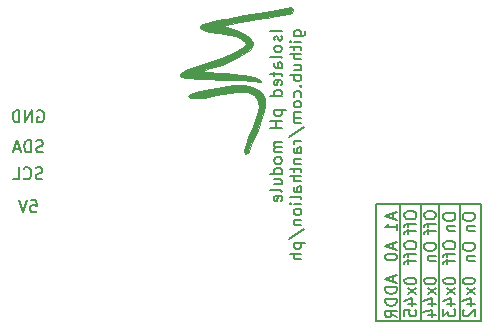
<source format=gbr>
G04 #@! TF.GenerationSoftware,KiCad,Pcbnew,(5.0.1)-3*
G04 #@! TF.CreationDate,2020-01-05T22:10:57-05:00*
G04 #@! TF.ProjectId,ml-ph-board,6D6C2D70682D626F6172642E6B696361,rev?*
G04 #@! TF.SameCoordinates,Original*
G04 #@! TF.FileFunction,Legend,Bot*
G04 #@! TF.FilePolarity,Positive*
%FSLAX46Y46*%
G04 Gerber Fmt 4.6, Leading zero omitted, Abs format (unit mm)*
G04 Created by KiCad (PCBNEW (5.0.1)-3) date 1/5/2020 10:10:57 PM*
%MOMM*%
%LPD*%
G01*
G04 APERTURE LIST*
%ADD10C,0.150000*%
%ADD11C,0.200000*%
%ADD12C,0.010000*%
G04 APERTURE END LIST*
D10*
X146304000Y-105664000D02*
X146304000Y-115570000D01*
X144526000Y-105664000D02*
X144526000Y-115570000D01*
X143002000Y-105664000D02*
X143002000Y-115570000D01*
X141224000Y-105664000D02*
X141224000Y-115570000D01*
D11*
X139192000Y-115570000D02*
X139192000Y-105664000D01*
X148082000Y-115570000D02*
X139192000Y-115570000D01*
X148082000Y-105664000D02*
X148082000Y-115570000D01*
X139192000Y-105664000D02*
X148082000Y-105664000D01*
D10*
X140630666Y-111799904D02*
X140630666Y-112276095D01*
X140916380Y-111704666D02*
X139916380Y-112038000D01*
X140916380Y-112371333D01*
X140916380Y-112704666D02*
X139916380Y-112704666D01*
X139916380Y-112942761D01*
X139964000Y-113085619D01*
X140059238Y-113180857D01*
X140154476Y-113228476D01*
X140344952Y-113276095D01*
X140487809Y-113276095D01*
X140678285Y-113228476D01*
X140773523Y-113180857D01*
X140868761Y-113085619D01*
X140916380Y-112942761D01*
X140916380Y-112704666D01*
X140916380Y-113704666D02*
X139916380Y-113704666D01*
X139916380Y-113942761D01*
X139964000Y-114085619D01*
X140059238Y-114180857D01*
X140154476Y-114228476D01*
X140344952Y-114276095D01*
X140487809Y-114276095D01*
X140678285Y-114228476D01*
X140773523Y-114180857D01*
X140868761Y-114085619D01*
X140916380Y-113942761D01*
X140916380Y-113704666D01*
X140916380Y-115276095D02*
X140440190Y-114942761D01*
X140916380Y-114704666D02*
X139916380Y-114704666D01*
X139916380Y-115085619D01*
X139964000Y-115180857D01*
X140011619Y-115228476D01*
X140106857Y-115276095D01*
X140249714Y-115276095D01*
X140344952Y-115228476D01*
X140392571Y-115180857D01*
X140440190Y-115085619D01*
X140440190Y-114704666D01*
X141566380Y-112133238D02*
X141566380Y-112228476D01*
X141614000Y-112323714D01*
X141661619Y-112371333D01*
X141756857Y-112418952D01*
X141947333Y-112466571D01*
X142185428Y-112466571D01*
X142375904Y-112418952D01*
X142471142Y-112371333D01*
X142518761Y-112323714D01*
X142566380Y-112228476D01*
X142566380Y-112133238D01*
X142518761Y-112038000D01*
X142471142Y-111990380D01*
X142375904Y-111942761D01*
X142185428Y-111895142D01*
X141947333Y-111895142D01*
X141756857Y-111942761D01*
X141661619Y-111990380D01*
X141614000Y-112038000D01*
X141566380Y-112133238D01*
X142566380Y-112799904D02*
X141899714Y-113323714D01*
X141899714Y-112799904D02*
X142566380Y-113323714D01*
X141899714Y-114133238D02*
X142566380Y-114133238D01*
X141518761Y-113895142D02*
X142233047Y-113657047D01*
X142233047Y-114276095D01*
X141566380Y-115133238D02*
X141566380Y-114657047D01*
X142042571Y-114609428D01*
X141994952Y-114657047D01*
X141947333Y-114752285D01*
X141947333Y-114990380D01*
X141994952Y-115085619D01*
X142042571Y-115133238D01*
X142137809Y-115180857D01*
X142375904Y-115180857D01*
X142471142Y-115133238D01*
X142518761Y-115085619D01*
X142566380Y-114990380D01*
X142566380Y-114752285D01*
X142518761Y-114657047D01*
X142471142Y-114609428D01*
X143216380Y-112133238D02*
X143216380Y-112228476D01*
X143264000Y-112323714D01*
X143311619Y-112371333D01*
X143406857Y-112418952D01*
X143597333Y-112466571D01*
X143835428Y-112466571D01*
X144025904Y-112418952D01*
X144121142Y-112371333D01*
X144168761Y-112323714D01*
X144216380Y-112228476D01*
X144216380Y-112133238D01*
X144168761Y-112038000D01*
X144121142Y-111990380D01*
X144025904Y-111942761D01*
X143835428Y-111895142D01*
X143597333Y-111895142D01*
X143406857Y-111942761D01*
X143311619Y-111990380D01*
X143264000Y-112038000D01*
X143216380Y-112133238D01*
X144216380Y-112799904D02*
X143549714Y-113323714D01*
X143549714Y-112799904D02*
X144216380Y-113323714D01*
X143549714Y-114133238D02*
X144216380Y-114133238D01*
X143168761Y-113895142D02*
X143883047Y-113657047D01*
X143883047Y-114276095D01*
X143549714Y-115085619D02*
X144216380Y-115085619D01*
X143168761Y-114847523D02*
X143883047Y-114609428D01*
X143883047Y-115228476D01*
X144866380Y-112133238D02*
X144866380Y-112228476D01*
X144914000Y-112323714D01*
X144961619Y-112371333D01*
X145056857Y-112418952D01*
X145247333Y-112466571D01*
X145485428Y-112466571D01*
X145675904Y-112418952D01*
X145771142Y-112371333D01*
X145818761Y-112323714D01*
X145866380Y-112228476D01*
X145866380Y-112133238D01*
X145818761Y-112038000D01*
X145771142Y-111990380D01*
X145675904Y-111942761D01*
X145485428Y-111895142D01*
X145247333Y-111895142D01*
X145056857Y-111942761D01*
X144961619Y-111990380D01*
X144914000Y-112038000D01*
X144866380Y-112133238D01*
X145866380Y-112799904D02*
X145199714Y-113323714D01*
X145199714Y-112799904D02*
X145866380Y-113323714D01*
X145199714Y-114133238D02*
X145866380Y-114133238D01*
X144818761Y-113895142D02*
X145533047Y-113657047D01*
X145533047Y-114276095D01*
X144866380Y-114561809D02*
X144866380Y-115180857D01*
X145247333Y-114847523D01*
X145247333Y-114990380D01*
X145294952Y-115085619D01*
X145342571Y-115133238D01*
X145437809Y-115180857D01*
X145675904Y-115180857D01*
X145771142Y-115133238D01*
X145818761Y-115085619D01*
X145866380Y-114990380D01*
X145866380Y-114704666D01*
X145818761Y-114609428D01*
X145771142Y-114561809D01*
X146516380Y-112133238D02*
X146516380Y-112228476D01*
X146564000Y-112323714D01*
X146611619Y-112371333D01*
X146706857Y-112418952D01*
X146897333Y-112466571D01*
X147135428Y-112466571D01*
X147325904Y-112418952D01*
X147421142Y-112371333D01*
X147468761Y-112323714D01*
X147516380Y-112228476D01*
X147516380Y-112133238D01*
X147468761Y-112038000D01*
X147421142Y-111990380D01*
X147325904Y-111942761D01*
X147135428Y-111895142D01*
X146897333Y-111895142D01*
X146706857Y-111942761D01*
X146611619Y-111990380D01*
X146564000Y-112038000D01*
X146516380Y-112133238D01*
X147516380Y-112799904D02*
X146849714Y-113323714D01*
X146849714Y-112799904D02*
X147516380Y-113323714D01*
X146849714Y-114133238D02*
X147516380Y-114133238D01*
X146468761Y-113895142D02*
X147183047Y-113657047D01*
X147183047Y-114276095D01*
X146611619Y-114609428D02*
X146564000Y-114657047D01*
X146516380Y-114752285D01*
X146516380Y-114990380D01*
X146564000Y-115085619D01*
X146611619Y-115133238D01*
X146706857Y-115180857D01*
X146802095Y-115180857D01*
X146944952Y-115133238D01*
X147516380Y-114561809D01*
X147516380Y-115180857D01*
X140630666Y-109013714D02*
X140630666Y-109489904D01*
X140916380Y-108918476D02*
X139916380Y-109251809D01*
X140916380Y-109585142D01*
X139916380Y-110108952D02*
X139916380Y-110204190D01*
X139964000Y-110299428D01*
X140011619Y-110347047D01*
X140106857Y-110394666D01*
X140297333Y-110442285D01*
X140535428Y-110442285D01*
X140725904Y-110394666D01*
X140821142Y-110347047D01*
X140868761Y-110299428D01*
X140916380Y-110204190D01*
X140916380Y-110108952D01*
X140868761Y-110013714D01*
X140821142Y-109966095D01*
X140725904Y-109918476D01*
X140535428Y-109870857D01*
X140297333Y-109870857D01*
X140106857Y-109918476D01*
X140011619Y-109966095D01*
X139964000Y-110013714D01*
X139916380Y-110108952D01*
X141566380Y-109061333D02*
X141566380Y-109251809D01*
X141614000Y-109347047D01*
X141709238Y-109442285D01*
X141899714Y-109489904D01*
X142233047Y-109489904D01*
X142423523Y-109442285D01*
X142518761Y-109347047D01*
X142566380Y-109251809D01*
X142566380Y-109061333D01*
X142518761Y-108966095D01*
X142423523Y-108870857D01*
X142233047Y-108823238D01*
X141899714Y-108823238D01*
X141709238Y-108870857D01*
X141614000Y-108966095D01*
X141566380Y-109061333D01*
X141899714Y-109775619D02*
X141899714Y-110156571D01*
X142566380Y-109918476D02*
X141709238Y-109918476D01*
X141614000Y-109966095D01*
X141566380Y-110061333D01*
X141566380Y-110156571D01*
X141899714Y-110347047D02*
X141899714Y-110728000D01*
X142566380Y-110489904D02*
X141709238Y-110489904D01*
X141614000Y-110537523D01*
X141566380Y-110632761D01*
X141566380Y-110728000D01*
X143216380Y-109180380D02*
X143216380Y-109370857D01*
X143264000Y-109466095D01*
X143359238Y-109561333D01*
X143549714Y-109608952D01*
X143883047Y-109608952D01*
X144073523Y-109561333D01*
X144168761Y-109466095D01*
X144216380Y-109370857D01*
X144216380Y-109180380D01*
X144168761Y-109085142D01*
X144073523Y-108989904D01*
X143883047Y-108942285D01*
X143549714Y-108942285D01*
X143359238Y-108989904D01*
X143264000Y-109085142D01*
X143216380Y-109180380D01*
X143549714Y-110037523D02*
X144216380Y-110037523D01*
X143644952Y-110037523D02*
X143597333Y-110085142D01*
X143549714Y-110180380D01*
X143549714Y-110323238D01*
X143597333Y-110418476D01*
X143692571Y-110466095D01*
X144216380Y-110466095D01*
X144866380Y-109061333D02*
X144866380Y-109251809D01*
X144914000Y-109347047D01*
X145009238Y-109442285D01*
X145199714Y-109489904D01*
X145533047Y-109489904D01*
X145723523Y-109442285D01*
X145818761Y-109347047D01*
X145866380Y-109251809D01*
X145866380Y-109061333D01*
X145818761Y-108966095D01*
X145723523Y-108870857D01*
X145533047Y-108823238D01*
X145199714Y-108823238D01*
X145009238Y-108870857D01*
X144914000Y-108966095D01*
X144866380Y-109061333D01*
X145199714Y-109775619D02*
X145199714Y-110156571D01*
X145866380Y-109918476D02*
X145009238Y-109918476D01*
X144914000Y-109966095D01*
X144866380Y-110061333D01*
X144866380Y-110156571D01*
X145199714Y-110347047D02*
X145199714Y-110728000D01*
X145866380Y-110489904D02*
X145009238Y-110489904D01*
X144914000Y-110537523D01*
X144866380Y-110632761D01*
X144866380Y-110728000D01*
X146516380Y-109180380D02*
X146516380Y-109370857D01*
X146564000Y-109466095D01*
X146659238Y-109561333D01*
X146849714Y-109608952D01*
X147183047Y-109608952D01*
X147373523Y-109561333D01*
X147468761Y-109466095D01*
X147516380Y-109370857D01*
X147516380Y-109180380D01*
X147468761Y-109085142D01*
X147373523Y-108989904D01*
X147183047Y-108942285D01*
X146849714Y-108942285D01*
X146659238Y-108989904D01*
X146564000Y-109085142D01*
X146516380Y-109180380D01*
X146849714Y-110037523D02*
X147516380Y-110037523D01*
X146944952Y-110037523D02*
X146897333Y-110085142D01*
X146849714Y-110180380D01*
X146849714Y-110323238D01*
X146897333Y-110418476D01*
X146992571Y-110466095D01*
X147516380Y-110466095D01*
X140630666Y-106473714D02*
X140630666Y-106949904D01*
X140916380Y-106378476D02*
X139916380Y-106711809D01*
X140916380Y-107045142D01*
X140916380Y-107902285D02*
X140916380Y-107330857D01*
X140916380Y-107616571D02*
X139916380Y-107616571D01*
X140059238Y-107521333D01*
X140154476Y-107426095D01*
X140202095Y-107330857D01*
X141566380Y-106521333D02*
X141566380Y-106711809D01*
X141614000Y-106807047D01*
X141709238Y-106902285D01*
X141899714Y-106949904D01*
X142233047Y-106949904D01*
X142423523Y-106902285D01*
X142518761Y-106807047D01*
X142566380Y-106711809D01*
X142566380Y-106521333D01*
X142518761Y-106426095D01*
X142423523Y-106330857D01*
X142233047Y-106283238D01*
X141899714Y-106283238D01*
X141709238Y-106330857D01*
X141614000Y-106426095D01*
X141566380Y-106521333D01*
X141899714Y-107235619D02*
X141899714Y-107616571D01*
X142566380Y-107378476D02*
X141709238Y-107378476D01*
X141614000Y-107426095D01*
X141566380Y-107521333D01*
X141566380Y-107616571D01*
X141899714Y-107807047D02*
X141899714Y-108188000D01*
X142566380Y-107949904D02*
X141709238Y-107949904D01*
X141614000Y-107997523D01*
X141566380Y-108092761D01*
X141566380Y-108188000D01*
X143216380Y-106521333D02*
X143216380Y-106711809D01*
X143264000Y-106807047D01*
X143359238Y-106902285D01*
X143549714Y-106949904D01*
X143883047Y-106949904D01*
X144073523Y-106902285D01*
X144168761Y-106807047D01*
X144216380Y-106711809D01*
X144216380Y-106521333D01*
X144168761Y-106426095D01*
X144073523Y-106330857D01*
X143883047Y-106283238D01*
X143549714Y-106283238D01*
X143359238Y-106330857D01*
X143264000Y-106426095D01*
X143216380Y-106521333D01*
X143549714Y-107235619D02*
X143549714Y-107616571D01*
X144216380Y-107378476D02*
X143359238Y-107378476D01*
X143264000Y-107426095D01*
X143216380Y-107521333D01*
X143216380Y-107616571D01*
X143549714Y-107807047D02*
X143549714Y-108188000D01*
X144216380Y-107949904D02*
X143359238Y-107949904D01*
X143264000Y-107997523D01*
X143216380Y-108092761D01*
X143216380Y-108188000D01*
X144866380Y-106640380D02*
X144866380Y-106830857D01*
X144914000Y-106926095D01*
X145009238Y-107021333D01*
X145199714Y-107068952D01*
X145533047Y-107068952D01*
X145723523Y-107021333D01*
X145818761Y-106926095D01*
X145866380Y-106830857D01*
X145866380Y-106640380D01*
X145818761Y-106545142D01*
X145723523Y-106449904D01*
X145533047Y-106402285D01*
X145199714Y-106402285D01*
X145009238Y-106449904D01*
X144914000Y-106545142D01*
X144866380Y-106640380D01*
X145199714Y-107497523D02*
X145866380Y-107497523D01*
X145294952Y-107497523D02*
X145247333Y-107545142D01*
X145199714Y-107640380D01*
X145199714Y-107783238D01*
X145247333Y-107878476D01*
X145342571Y-107926095D01*
X145866380Y-107926095D01*
X146516380Y-106640380D02*
X146516380Y-106830857D01*
X146564000Y-106926095D01*
X146659238Y-107021333D01*
X146849714Y-107068952D01*
X147183047Y-107068952D01*
X147373523Y-107021333D01*
X147468761Y-106926095D01*
X147516380Y-106830857D01*
X147516380Y-106640380D01*
X147468761Y-106545142D01*
X147373523Y-106449904D01*
X147183047Y-106402285D01*
X146849714Y-106402285D01*
X146659238Y-106449904D01*
X146564000Y-106545142D01*
X146516380Y-106640380D01*
X146849714Y-107497523D02*
X147516380Y-107497523D01*
X146944952Y-107497523D02*
X146897333Y-107545142D01*
X146849714Y-107640380D01*
X146849714Y-107783238D01*
X146897333Y-107878476D01*
X146992571Y-107926095D01*
X147516380Y-107926095D01*
X131199380Y-91013595D02*
X130199380Y-91013595D01*
X131151761Y-91442166D02*
X131199380Y-91537404D01*
X131199380Y-91727880D01*
X131151761Y-91823119D01*
X131056523Y-91870738D01*
X131008904Y-91870738D01*
X130913666Y-91823119D01*
X130866047Y-91727880D01*
X130866047Y-91585023D01*
X130818428Y-91489785D01*
X130723190Y-91442166D01*
X130675571Y-91442166D01*
X130580333Y-91489785D01*
X130532714Y-91585023D01*
X130532714Y-91727880D01*
X130580333Y-91823119D01*
X131199380Y-92442166D02*
X131151761Y-92346928D01*
X131104142Y-92299309D01*
X131008904Y-92251690D01*
X130723190Y-92251690D01*
X130627952Y-92299309D01*
X130580333Y-92346928D01*
X130532714Y-92442166D01*
X130532714Y-92585023D01*
X130580333Y-92680261D01*
X130627952Y-92727880D01*
X130723190Y-92775500D01*
X131008904Y-92775500D01*
X131104142Y-92727880D01*
X131151761Y-92680261D01*
X131199380Y-92585023D01*
X131199380Y-92442166D01*
X131199380Y-93346928D02*
X131151761Y-93251690D01*
X131056523Y-93204071D01*
X130199380Y-93204071D01*
X131199380Y-94156452D02*
X130675571Y-94156452D01*
X130580333Y-94108833D01*
X130532714Y-94013595D01*
X130532714Y-93823119D01*
X130580333Y-93727880D01*
X131151761Y-94156452D02*
X131199380Y-94061214D01*
X131199380Y-93823119D01*
X131151761Y-93727880D01*
X131056523Y-93680261D01*
X130961285Y-93680261D01*
X130866047Y-93727880D01*
X130818428Y-93823119D01*
X130818428Y-94061214D01*
X130770809Y-94156452D01*
X130532714Y-94489785D02*
X130532714Y-94870738D01*
X130199380Y-94632642D02*
X131056523Y-94632642D01*
X131151761Y-94680261D01*
X131199380Y-94775500D01*
X131199380Y-94870738D01*
X131151761Y-95585023D02*
X131199380Y-95489785D01*
X131199380Y-95299309D01*
X131151761Y-95204071D01*
X131056523Y-95156452D01*
X130675571Y-95156452D01*
X130580333Y-95204071D01*
X130532714Y-95299309D01*
X130532714Y-95489785D01*
X130580333Y-95585023D01*
X130675571Y-95632642D01*
X130770809Y-95632642D01*
X130866047Y-95156452D01*
X131199380Y-96489785D02*
X130199380Y-96489785D01*
X131151761Y-96489785D02*
X131199380Y-96394547D01*
X131199380Y-96204071D01*
X131151761Y-96108833D01*
X131104142Y-96061214D01*
X131008904Y-96013595D01*
X130723190Y-96013595D01*
X130627952Y-96061214D01*
X130580333Y-96108833D01*
X130532714Y-96204071D01*
X130532714Y-96394547D01*
X130580333Y-96489785D01*
X130532714Y-97727880D02*
X131532714Y-97727880D01*
X130580333Y-97727880D02*
X130532714Y-97823119D01*
X130532714Y-98013595D01*
X130580333Y-98108833D01*
X130627952Y-98156452D01*
X130723190Y-98204071D01*
X131008904Y-98204071D01*
X131104142Y-98156452D01*
X131151761Y-98108833D01*
X131199380Y-98013595D01*
X131199380Y-97823119D01*
X131151761Y-97727880D01*
X131199380Y-98632642D02*
X130199380Y-98632642D01*
X130675571Y-98632642D02*
X130675571Y-99204071D01*
X131199380Y-99204071D02*
X130199380Y-99204071D01*
X131199380Y-100442166D02*
X130532714Y-100442166D01*
X130627952Y-100442166D02*
X130580333Y-100489785D01*
X130532714Y-100585023D01*
X130532714Y-100727880D01*
X130580333Y-100823119D01*
X130675571Y-100870738D01*
X131199380Y-100870738D01*
X130675571Y-100870738D02*
X130580333Y-100918357D01*
X130532714Y-101013595D01*
X130532714Y-101156452D01*
X130580333Y-101251690D01*
X130675571Y-101299309D01*
X131199380Y-101299309D01*
X131199380Y-101918357D02*
X131151761Y-101823119D01*
X131104142Y-101775500D01*
X131008904Y-101727880D01*
X130723190Y-101727880D01*
X130627952Y-101775500D01*
X130580333Y-101823119D01*
X130532714Y-101918357D01*
X130532714Y-102061214D01*
X130580333Y-102156452D01*
X130627952Y-102204071D01*
X130723190Y-102251690D01*
X131008904Y-102251690D01*
X131104142Y-102204071D01*
X131151761Y-102156452D01*
X131199380Y-102061214D01*
X131199380Y-101918357D01*
X131199380Y-103108833D02*
X130199380Y-103108833D01*
X131151761Y-103108833D02*
X131199380Y-103013595D01*
X131199380Y-102823119D01*
X131151761Y-102727880D01*
X131104142Y-102680261D01*
X131008904Y-102632642D01*
X130723190Y-102632642D01*
X130627952Y-102680261D01*
X130580333Y-102727880D01*
X130532714Y-102823119D01*
X130532714Y-103013595D01*
X130580333Y-103108833D01*
X130532714Y-104013595D02*
X131199380Y-104013595D01*
X130532714Y-103585023D02*
X131056523Y-103585023D01*
X131151761Y-103632642D01*
X131199380Y-103727880D01*
X131199380Y-103870738D01*
X131151761Y-103965976D01*
X131104142Y-104013595D01*
X131199380Y-104632642D02*
X131151761Y-104537404D01*
X131056523Y-104489785D01*
X130199380Y-104489785D01*
X131151761Y-105394547D02*
X131199380Y-105299309D01*
X131199380Y-105108833D01*
X131151761Y-105013595D01*
X131056523Y-104965976D01*
X130675571Y-104965976D01*
X130580333Y-105013595D01*
X130532714Y-105108833D01*
X130532714Y-105299309D01*
X130580333Y-105394547D01*
X130675571Y-105442166D01*
X130770809Y-105442166D01*
X130866047Y-104965976D01*
X132182714Y-91442166D02*
X132992238Y-91442166D01*
X133087476Y-91394547D01*
X133135095Y-91346928D01*
X133182714Y-91251690D01*
X133182714Y-91108833D01*
X133135095Y-91013595D01*
X132801761Y-91442166D02*
X132849380Y-91346928D01*
X132849380Y-91156452D01*
X132801761Y-91061214D01*
X132754142Y-91013595D01*
X132658904Y-90965976D01*
X132373190Y-90965976D01*
X132277952Y-91013595D01*
X132230333Y-91061214D01*
X132182714Y-91156452D01*
X132182714Y-91346928D01*
X132230333Y-91442166D01*
X132849380Y-91918357D02*
X132182714Y-91918357D01*
X131849380Y-91918357D02*
X131897000Y-91870738D01*
X131944619Y-91918357D01*
X131897000Y-91965976D01*
X131849380Y-91918357D01*
X131944619Y-91918357D01*
X132182714Y-92251690D02*
X132182714Y-92632642D01*
X131849380Y-92394547D02*
X132706523Y-92394547D01*
X132801761Y-92442166D01*
X132849380Y-92537404D01*
X132849380Y-92632642D01*
X132849380Y-92965976D02*
X131849380Y-92965976D01*
X132849380Y-93394547D02*
X132325571Y-93394547D01*
X132230333Y-93346928D01*
X132182714Y-93251690D01*
X132182714Y-93108833D01*
X132230333Y-93013595D01*
X132277952Y-92965976D01*
X132182714Y-94299309D02*
X132849380Y-94299309D01*
X132182714Y-93870738D02*
X132706523Y-93870738D01*
X132801761Y-93918357D01*
X132849380Y-94013595D01*
X132849380Y-94156452D01*
X132801761Y-94251690D01*
X132754142Y-94299309D01*
X132849380Y-94775500D02*
X131849380Y-94775500D01*
X132230333Y-94775500D02*
X132182714Y-94870738D01*
X132182714Y-95061214D01*
X132230333Y-95156452D01*
X132277952Y-95204071D01*
X132373190Y-95251690D01*
X132658904Y-95251690D01*
X132754142Y-95204071D01*
X132801761Y-95156452D01*
X132849380Y-95061214D01*
X132849380Y-94870738D01*
X132801761Y-94775500D01*
X132754142Y-95680261D02*
X132801761Y-95727880D01*
X132849380Y-95680261D01*
X132801761Y-95632642D01*
X132754142Y-95680261D01*
X132849380Y-95680261D01*
X132801761Y-96585023D02*
X132849380Y-96489785D01*
X132849380Y-96299309D01*
X132801761Y-96204071D01*
X132754142Y-96156452D01*
X132658904Y-96108833D01*
X132373190Y-96108833D01*
X132277952Y-96156452D01*
X132230333Y-96204071D01*
X132182714Y-96299309D01*
X132182714Y-96489785D01*
X132230333Y-96585023D01*
X132849380Y-97156452D02*
X132801761Y-97061214D01*
X132754142Y-97013595D01*
X132658904Y-96965976D01*
X132373190Y-96965976D01*
X132277952Y-97013595D01*
X132230333Y-97061214D01*
X132182714Y-97156452D01*
X132182714Y-97299309D01*
X132230333Y-97394547D01*
X132277952Y-97442166D01*
X132373190Y-97489785D01*
X132658904Y-97489785D01*
X132754142Y-97442166D01*
X132801761Y-97394547D01*
X132849380Y-97299309D01*
X132849380Y-97156452D01*
X132849380Y-97918357D02*
X132182714Y-97918357D01*
X132277952Y-97918357D02*
X132230333Y-97965976D01*
X132182714Y-98061214D01*
X132182714Y-98204071D01*
X132230333Y-98299309D01*
X132325571Y-98346928D01*
X132849380Y-98346928D01*
X132325571Y-98346928D02*
X132230333Y-98394547D01*
X132182714Y-98489785D01*
X132182714Y-98632642D01*
X132230333Y-98727880D01*
X132325571Y-98775500D01*
X132849380Y-98775500D01*
X131801761Y-99965976D02*
X133087476Y-99108833D01*
X132849380Y-100299309D02*
X132182714Y-100299309D01*
X132373190Y-100299309D02*
X132277952Y-100346928D01*
X132230333Y-100394547D01*
X132182714Y-100489785D01*
X132182714Y-100585023D01*
X132849380Y-101346928D02*
X132325571Y-101346928D01*
X132230333Y-101299309D01*
X132182714Y-101204071D01*
X132182714Y-101013595D01*
X132230333Y-100918357D01*
X132801761Y-101346928D02*
X132849380Y-101251690D01*
X132849380Y-101013595D01*
X132801761Y-100918357D01*
X132706523Y-100870738D01*
X132611285Y-100870738D01*
X132516047Y-100918357D01*
X132468428Y-101013595D01*
X132468428Y-101251690D01*
X132420809Y-101346928D01*
X132182714Y-101823119D02*
X132849380Y-101823119D01*
X132277952Y-101823119D02*
X132230333Y-101870738D01*
X132182714Y-101965976D01*
X132182714Y-102108833D01*
X132230333Y-102204071D01*
X132325571Y-102251690D01*
X132849380Y-102251690D01*
X132182714Y-102585023D02*
X132182714Y-102965976D01*
X131849380Y-102727880D02*
X132706523Y-102727880D01*
X132801761Y-102775500D01*
X132849380Y-102870738D01*
X132849380Y-102965976D01*
X132849380Y-103299309D02*
X131849380Y-103299309D01*
X132849380Y-103727880D02*
X132325571Y-103727880D01*
X132230333Y-103680261D01*
X132182714Y-103585023D01*
X132182714Y-103442166D01*
X132230333Y-103346928D01*
X132277952Y-103299309D01*
X132849380Y-104632642D02*
X132325571Y-104632642D01*
X132230333Y-104585023D01*
X132182714Y-104489785D01*
X132182714Y-104299309D01*
X132230333Y-104204071D01*
X132801761Y-104632642D02*
X132849380Y-104537404D01*
X132849380Y-104299309D01*
X132801761Y-104204071D01*
X132706523Y-104156452D01*
X132611285Y-104156452D01*
X132516047Y-104204071D01*
X132468428Y-104299309D01*
X132468428Y-104537404D01*
X132420809Y-104632642D01*
X132849380Y-105251690D02*
X132801761Y-105156452D01*
X132706523Y-105108833D01*
X131849380Y-105108833D01*
X132849380Y-105632642D02*
X132182714Y-105632642D01*
X131849380Y-105632642D02*
X131897000Y-105585023D01*
X131944619Y-105632642D01*
X131897000Y-105680261D01*
X131849380Y-105632642D01*
X131944619Y-105632642D01*
X132849380Y-106251690D02*
X132801761Y-106156452D01*
X132754142Y-106108833D01*
X132658904Y-106061214D01*
X132373190Y-106061214D01*
X132277952Y-106108833D01*
X132230333Y-106156452D01*
X132182714Y-106251690D01*
X132182714Y-106394547D01*
X132230333Y-106489785D01*
X132277952Y-106537404D01*
X132373190Y-106585023D01*
X132658904Y-106585023D01*
X132754142Y-106537404D01*
X132801761Y-106489785D01*
X132849380Y-106394547D01*
X132849380Y-106251690D01*
X132182714Y-107013595D02*
X132849380Y-107013595D01*
X132277952Y-107013595D02*
X132230333Y-107061214D01*
X132182714Y-107156452D01*
X132182714Y-107299309D01*
X132230333Y-107394547D01*
X132325571Y-107442166D01*
X132849380Y-107442166D01*
X131801761Y-108632642D02*
X133087476Y-107775500D01*
X132182714Y-108965976D02*
X133182714Y-108965976D01*
X132230333Y-108965976D02*
X132182714Y-109061214D01*
X132182714Y-109251690D01*
X132230333Y-109346928D01*
X132277952Y-109394547D01*
X132373190Y-109442166D01*
X132658904Y-109442166D01*
X132754142Y-109394547D01*
X132801761Y-109346928D01*
X132849380Y-109251690D01*
X132849380Y-109061214D01*
X132801761Y-108965976D01*
X132849380Y-109870738D02*
X131849380Y-109870738D01*
X132849380Y-110299309D02*
X132325571Y-110299309D01*
X132230333Y-110251690D01*
X132182714Y-110156452D01*
X132182714Y-110013595D01*
X132230333Y-109918357D01*
X132277952Y-109870738D01*
X109918476Y-105370380D02*
X110394666Y-105370380D01*
X110442285Y-105846571D01*
X110394666Y-105798952D01*
X110299428Y-105751333D01*
X110061333Y-105751333D01*
X109966095Y-105798952D01*
X109918476Y-105846571D01*
X109870857Y-105941809D01*
X109870857Y-106179904D01*
X109918476Y-106275142D01*
X109966095Y-106322761D01*
X110061333Y-106370380D01*
X110299428Y-106370380D01*
X110394666Y-106322761D01*
X110442285Y-106275142D01*
X109585142Y-105370380D02*
X109251809Y-106370380D01*
X108918476Y-105370380D01*
X110918476Y-103528761D02*
X110775619Y-103576380D01*
X110537523Y-103576380D01*
X110442285Y-103528761D01*
X110394666Y-103481142D01*
X110347047Y-103385904D01*
X110347047Y-103290666D01*
X110394666Y-103195428D01*
X110442285Y-103147809D01*
X110537523Y-103100190D01*
X110728000Y-103052571D01*
X110823238Y-103004952D01*
X110870857Y-102957333D01*
X110918476Y-102862095D01*
X110918476Y-102766857D01*
X110870857Y-102671619D01*
X110823238Y-102624000D01*
X110728000Y-102576380D01*
X110489904Y-102576380D01*
X110347047Y-102624000D01*
X109347047Y-103481142D02*
X109394666Y-103528761D01*
X109537523Y-103576380D01*
X109632761Y-103576380D01*
X109775619Y-103528761D01*
X109870857Y-103433523D01*
X109918476Y-103338285D01*
X109966095Y-103147809D01*
X109966095Y-103004952D01*
X109918476Y-102814476D01*
X109870857Y-102719238D01*
X109775619Y-102624000D01*
X109632761Y-102576380D01*
X109537523Y-102576380D01*
X109394666Y-102624000D01*
X109347047Y-102671619D01*
X108442285Y-103576380D02*
X108918476Y-103576380D01*
X108918476Y-102576380D01*
X110942285Y-101242761D02*
X110799428Y-101290380D01*
X110561333Y-101290380D01*
X110466095Y-101242761D01*
X110418476Y-101195142D01*
X110370857Y-101099904D01*
X110370857Y-101004666D01*
X110418476Y-100909428D01*
X110466095Y-100861809D01*
X110561333Y-100814190D01*
X110751809Y-100766571D01*
X110847047Y-100718952D01*
X110894666Y-100671333D01*
X110942285Y-100576095D01*
X110942285Y-100480857D01*
X110894666Y-100385619D01*
X110847047Y-100338000D01*
X110751809Y-100290380D01*
X110513714Y-100290380D01*
X110370857Y-100338000D01*
X109942285Y-101290380D02*
X109942285Y-100290380D01*
X109704190Y-100290380D01*
X109561333Y-100338000D01*
X109466095Y-100433238D01*
X109418476Y-100528476D01*
X109370857Y-100718952D01*
X109370857Y-100861809D01*
X109418476Y-101052285D01*
X109466095Y-101147523D01*
X109561333Y-101242761D01*
X109704190Y-101290380D01*
X109942285Y-101290380D01*
X108989904Y-101004666D02*
X108513714Y-101004666D01*
X109085142Y-101290380D02*
X108751809Y-100290380D01*
X108418476Y-101290380D01*
X110489904Y-97798000D02*
X110585142Y-97750380D01*
X110728000Y-97750380D01*
X110870857Y-97798000D01*
X110966095Y-97893238D01*
X111013714Y-97988476D01*
X111061333Y-98178952D01*
X111061333Y-98321809D01*
X111013714Y-98512285D01*
X110966095Y-98607523D01*
X110870857Y-98702761D01*
X110728000Y-98750380D01*
X110632761Y-98750380D01*
X110489904Y-98702761D01*
X110442285Y-98655142D01*
X110442285Y-98321809D01*
X110632761Y-98321809D01*
X110013714Y-98750380D02*
X110013714Y-97750380D01*
X109442285Y-98750380D01*
X109442285Y-97750380D01*
X108966095Y-98750380D02*
X108966095Y-97750380D01*
X108728000Y-97750380D01*
X108585142Y-97798000D01*
X108489904Y-97893238D01*
X108442285Y-97988476D01*
X108394666Y-98178952D01*
X108394666Y-98321809D01*
X108442285Y-98512285D01*
X108489904Y-98607523D01*
X108585142Y-98702761D01*
X108728000Y-98750380D01*
X108966095Y-98750380D01*
D12*
G04 #@! TO.C,G\002A\002A\002A*
G36*
X123373746Y-96703015D02*
X123835619Y-96736479D01*
X124589598Y-96661872D01*
X125622748Y-96480095D01*
X126235902Y-96350201D01*
X127363332Y-96177611D01*
X128230950Y-96216577D01*
X128838098Y-96466860D01*
X129184119Y-96928216D01*
X129272543Y-97464865D01*
X129203839Y-97834870D01*
X129022138Y-98395836D01*
X128764056Y-99037397D01*
X128712913Y-99151609D01*
X128349062Y-100010760D01*
X128109597Y-100706136D01*
X128004720Y-101198800D01*
X128044631Y-101449814D01*
X128104544Y-101473842D01*
X128294256Y-101336782D01*
X128374354Y-101179471D01*
X128482084Y-100902766D01*
X128688780Y-100401615D01*
X128959463Y-99760178D01*
X129126028Y-99370899D01*
X129537428Y-98289497D01*
X129738242Y-97434746D01*
X129733340Y-96774917D01*
X129586673Y-96369670D01*
X129232373Y-96033673D01*
X128657055Y-95763660D01*
X127975551Y-95605945D01*
X127637880Y-95583692D01*
X127212512Y-95614747D01*
X126555493Y-95700911D01*
X125764407Y-95828113D01*
X125109298Y-95948276D01*
X124220282Y-96134526D01*
X123631345Y-96292856D01*
X123308405Y-96434292D01*
X123216914Y-96560579D01*
X123373746Y-96703015D01*
X123373746Y-96703015D01*
G37*
X123373746Y-96703015D02*
X123835619Y-96736479D01*
X124589598Y-96661872D01*
X125622748Y-96480095D01*
X126235902Y-96350201D01*
X127363332Y-96177611D01*
X128230950Y-96216577D01*
X128838098Y-96466860D01*
X129184119Y-96928216D01*
X129272543Y-97464865D01*
X129203839Y-97834870D01*
X129022138Y-98395836D01*
X128764056Y-99037397D01*
X128712913Y-99151609D01*
X128349062Y-100010760D01*
X128109597Y-100706136D01*
X128004720Y-101198800D01*
X128044631Y-101449814D01*
X128104544Y-101473842D01*
X128294256Y-101336782D01*
X128374354Y-101179471D01*
X128482084Y-100902766D01*
X128688780Y-100401615D01*
X128959463Y-99760178D01*
X129126028Y-99370899D01*
X129537428Y-98289497D01*
X129738242Y-97434746D01*
X129733340Y-96774917D01*
X129586673Y-96369670D01*
X129232373Y-96033673D01*
X128657055Y-95763660D01*
X127975551Y-95605945D01*
X127637880Y-95583692D01*
X127212512Y-95614747D01*
X126555493Y-95700911D01*
X125764407Y-95828113D01*
X125109298Y-95948276D01*
X124220282Y-96134526D01*
X123631345Y-96292856D01*
X123308405Y-96434292D01*
X123216914Y-96560579D01*
X123373746Y-96703015D01*
G36*
X122576841Y-94802201D02*
X122702503Y-94899464D01*
X122962056Y-94972962D01*
X123396505Y-95028010D01*
X124046854Y-95069921D01*
X124954108Y-95104009D01*
X126076517Y-95133636D01*
X127027832Y-95163245D01*
X127875582Y-95202852D01*
X128556222Y-95248458D01*
X129006205Y-95296066D01*
X129146384Y-95326817D01*
X129386539Y-95363700D01*
X129440755Y-95294998D01*
X129275975Y-95066082D01*
X128791226Y-94877775D01*
X128000893Y-94733440D01*
X126919364Y-94636437D01*
X126539100Y-94617017D01*
X125768770Y-94574469D01*
X125138818Y-94522517D01*
X124714895Y-94467782D01*
X124562609Y-94417651D01*
X124710649Y-94316286D01*
X125090764Y-94177740D01*
X125421040Y-94084321D01*
X126081958Y-93874499D01*
X126797859Y-93582891D01*
X127492347Y-93248833D01*
X128089025Y-92911663D01*
X128511497Y-92610718D01*
X128678531Y-92407004D01*
X128710647Y-92005295D01*
X128672594Y-91833105D01*
X128409621Y-91514296D01*
X127918660Y-91193592D01*
X127302837Y-90928633D01*
X126828764Y-90802600D01*
X126477242Y-90716321D01*
X126360798Y-90626864D01*
X126498062Y-90527804D01*
X126907664Y-90412716D01*
X127608234Y-90275173D01*
X128618402Y-90108753D01*
X129020225Y-90046805D01*
X129902673Y-89910734D01*
X130691340Y-89786041D01*
X131313669Y-89684419D01*
X131697101Y-89617563D01*
X131753669Y-89606256D01*
X132020295Y-89457660D01*
X132133658Y-89235336D01*
X132059012Y-89059237D01*
X131921881Y-89025524D01*
X131661975Y-89056344D01*
X131105090Y-89145484D01*
X130284483Y-89287060D01*
X129233416Y-89475185D01*
X127985148Y-89703973D01*
X126572939Y-89967539D01*
X126176465Y-90042273D01*
X125454247Y-90192168D01*
X124851942Y-90342249D01*
X124449787Y-90471155D01*
X124334545Y-90532635D01*
X124245007Y-90760264D01*
X124474900Y-90949684D01*
X125029454Y-91103220D01*
X125881784Y-91219987D01*
X126743400Y-91328728D01*
X127343719Y-91466494D01*
X127757843Y-91658260D01*
X128060872Y-91929004D01*
X128079208Y-91950768D01*
X128109484Y-92198845D01*
X127822160Y-92491519D01*
X127213722Y-92830682D01*
X126280654Y-93218226D01*
X125019441Y-93656045D01*
X124753964Y-93741400D01*
X123765520Y-94072757D01*
X123057631Y-94347375D01*
X122647101Y-94558148D01*
X122544066Y-94675860D01*
X122576841Y-94802201D01*
X122576841Y-94802201D01*
G37*
X122576841Y-94802201D02*
X122702503Y-94899464D01*
X122962056Y-94972962D01*
X123396505Y-95028010D01*
X124046854Y-95069921D01*
X124954108Y-95104009D01*
X126076517Y-95133636D01*
X127027832Y-95163245D01*
X127875582Y-95202852D01*
X128556222Y-95248458D01*
X129006205Y-95296066D01*
X129146384Y-95326817D01*
X129386539Y-95363700D01*
X129440755Y-95294998D01*
X129275975Y-95066082D01*
X128791226Y-94877775D01*
X128000893Y-94733440D01*
X126919364Y-94636437D01*
X126539100Y-94617017D01*
X125768770Y-94574469D01*
X125138818Y-94522517D01*
X124714895Y-94467782D01*
X124562609Y-94417651D01*
X124710649Y-94316286D01*
X125090764Y-94177740D01*
X125421040Y-94084321D01*
X126081958Y-93874499D01*
X126797859Y-93582891D01*
X127492347Y-93248833D01*
X128089025Y-92911663D01*
X128511497Y-92610718D01*
X128678531Y-92407004D01*
X128710647Y-92005295D01*
X128672594Y-91833105D01*
X128409621Y-91514296D01*
X127918660Y-91193592D01*
X127302837Y-90928633D01*
X126828764Y-90802600D01*
X126477242Y-90716321D01*
X126360798Y-90626864D01*
X126498062Y-90527804D01*
X126907664Y-90412716D01*
X127608234Y-90275173D01*
X128618402Y-90108753D01*
X129020225Y-90046805D01*
X129902673Y-89910734D01*
X130691340Y-89786041D01*
X131313669Y-89684419D01*
X131697101Y-89617563D01*
X131753669Y-89606256D01*
X132020295Y-89457660D01*
X132133658Y-89235336D01*
X132059012Y-89059237D01*
X131921881Y-89025524D01*
X131661975Y-89056344D01*
X131105090Y-89145484D01*
X130284483Y-89287060D01*
X129233416Y-89475185D01*
X127985148Y-89703973D01*
X126572939Y-89967539D01*
X126176465Y-90042273D01*
X125454247Y-90192168D01*
X124851942Y-90342249D01*
X124449787Y-90471155D01*
X124334545Y-90532635D01*
X124245007Y-90760264D01*
X124474900Y-90949684D01*
X125029454Y-91103220D01*
X125881784Y-91219987D01*
X126743400Y-91328728D01*
X127343719Y-91466494D01*
X127757843Y-91658260D01*
X128060872Y-91929004D01*
X128079208Y-91950768D01*
X128109484Y-92198845D01*
X127822160Y-92491519D01*
X127213722Y-92830682D01*
X126280654Y-93218226D01*
X125019441Y-93656045D01*
X124753964Y-93741400D01*
X123765520Y-94072757D01*
X123057631Y-94347375D01*
X122647101Y-94558148D01*
X122544066Y-94675860D01*
X122576841Y-94802201D01*
G04 #@! TD*
M02*

</source>
